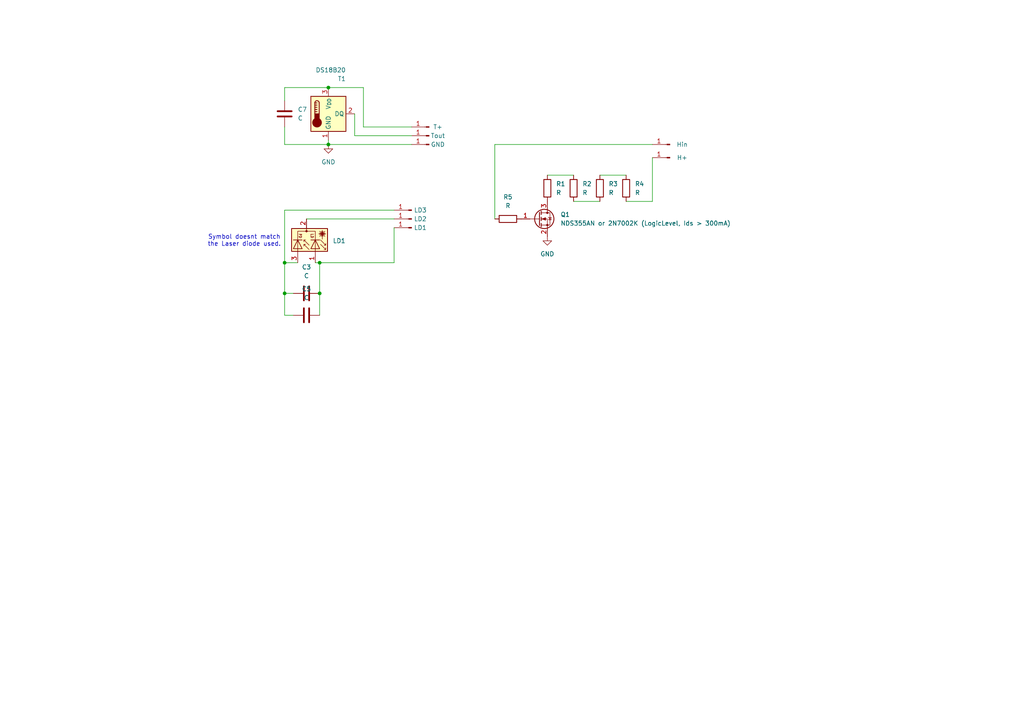
<source format=kicad_sch>
(kicad_sch (version 20231120) (generator "eeschema") (generator_version "8.0")
  (paper "A4")
  (lib_symbols
    (symbol "Connector:Conn_01x01_Pin" (pin_names (offset 1.016) hide)
      (property "Reference" "J" (at 0 2.54 0))
      (property "Value" "Conn_01x01_Pin" (at 0 -2.54 0))
      (symbol "Conn_01x01_Pin_1_1"
        (polyline (pts (xy 1.27 0) (xy 0.8636 0)) (stroke (width 0.1524)))
        (rectangle (start 0.8636 0.127) (end 0 -0.127) (stroke (width 0.1524)) (fill (type outline)))
        (pin passive line (at 5.08 0 180) (length 3.81) (name "Pin_1") (number "1"))
      )
    )
    (symbol "Device:C" (pin_numbers hide) (pin_names (offset 0.254))
      (property "Reference" "C" (at 0.635 2.54 0))
      (property "Value" "C" (at 0.635 -2.54 0))
      (symbol "C_0_1"
        (polyline (pts (xy -2.032 -0.762) (xy 2.032 -0.762)) (stroke (width 0.508)))
        (polyline (pts (xy -2.032 0.762) (xy 2.032 0.762)) (stroke (width 0.508)))
      )
      (symbol "C_1_1"
        (pin passive line (at 0 3.81 270) (length 2.794) (name "~") (number "1"))
        (pin passive line (at 0 -3.81 90) (length 2.794) (name "~") (number "2"))
      )
    )
    (symbol "Device:D_Laser_Photo_MType" (pin_names hide)
      (property "Reference" "LD" (at 1.016 7.112 0))
      (property "Value" "D_Laser_Photo_MType" (at 1.016 -5.588 0))
      (symbol "D_Laser_Photo_MType_0_1"
        (circle (center -1.524 0) (radius 0.254) (fill (type outline)))
        (arc (start -0.508 -1.778) (mid -0.3302 -1.6002) (end -0.508 -1.397))
        (arc (start 0 -2.159) (mid 0.3794 -1.778) (end 0 -1.397))
        (polyline (pts (xy -2.54 0) (xy -1.524 0)))
        (polyline (pts (xy -1.524 3.81) (xy 0 5.334)))
        (polyline (pts (xy -1.524 4.318) (xy 0 4.826)))
        (polyline (pts (xy -1.524 4.826) (xy 0 4.318)))
        (polyline (pts (xy -1.524 5.334) (xy 0 3.81)))
        (polyline (pts (xy -1.016 5.334) (xy -0.508 3.81)))
        (polyline (pts (xy -0.762 4.572) (xy -0.762 3.556)))
        (polyline (pts (xy -0.762 4.572) (xy -0.762 5.588)))
        (polyline (pts (xy -0.635 -1.397) (xy -0.635 -2.159)))
        (polyline (pts (xy -0.508 5.334) (xy -1.016 3.81)))
        (polyline (pts (xy 0 -1.397) (xy 0 -2.159)))
        (polyline (pts (xy 0 2.032) (xy 0 1.27)))
        (polyline (pts (xy 0.762 4.572) (xy -1.778 4.572)))
        (polyline (pts (xy 1.016 -1.27) (xy 1.016 -3.81)) (stroke (width 0.2032)))
        (polyline (pts (xy 1.016 -0.762) (xy 1.524 -0.762)))
        (polyline (pts (xy 1.016 3.81) (xy 1.016 1.27)) (stroke (width 0.2032)))
        (polyline (pts (xy 3.81 5.588) (xy 3.302 5.588)))
        (polyline (pts (xy -0.635 2.032) (xy -0.635 1.27) (xy -0.254 1.27)))
        (polyline (pts (xy 2.286 4.064) (xy 3.81 5.588) (xy 3.81 5.08)))
        (polyline (pts (xy 2.54 0.762) (xy 1.016 -0.762) (xy 1.016 -0.254)))
        (polyline (pts (xy 3.556 -1.27) (xy 3.556 -3.81) (xy 1.016 -2.54) (xy 3.556 -1.27)) (stroke (width 0.2032)))
        (polyline (pts (xy 3.556 3.81) (xy 3.556 1.27) (xy 1.016 2.54) (xy 3.556 3.81)) (stroke (width 0.2032)))
        (polyline (pts (xy 5.08 2.54) (xy -1.524 2.54) (xy -1.524 -2.54) (xy 5.08 -2.54)))
        (polyline (pts (xy 1.016 4.064) (xy 2.54 5.588) (xy 2.54 5.08) (xy 2.54 5.588) (xy 2.032 5.588)))
        (polyline (pts (xy 3.81 0.762) (xy 2.286 -0.762) (xy 2.286 -0.254) (xy 2.286 -0.762) (xy 2.794 -0.762)))
        (arc (start 0 1.27) (mid 0.3794 1.651) (end 0 2.032))
        (rectangle (start 4.318 6.096) (end -2.286 -4.318) (stroke (width 0.254)) (fill (type background)))
      )
      (symbol "D_Laser_Photo_MType_1_1"
        (pin passive line (at 7.62 2.54 180) (length 2.54) (name "~") (number "1"))
        (pin passive line (at -5.08 0 0) (length 2.54) (name "~") (number "2"))
        (pin passive line (at 7.62 -2.54 180) (length 2.54) (name "~") (number "3"))
      )
    )
    (symbol "Device:R" (pin_numbers hide) (pin_names (offset 0))
      (property "Reference" "R" (at 2.032 0 90))
      (property "Value" "R" (at 0 0 90))
      (symbol "R_0_1"
        (rectangle (start -1.016 -2.54) (end 1.016 2.54) (stroke (width 0.254)))
      )
      (symbol "R_1_1"
        (pin passive line (at 0 3.81 270) (length 1.27) (name "~") (number "1"))
        (pin passive line (at 0 -3.81 90) (length 1.27) (name "~") (number "2"))
      )
    )
    (symbol "Sensor_Temperature:DS18B20"
      (property "Reference" "U" (at -3.81 6.35 0))
      (property "Value" "DS18B20" (at 6.35 6.35 0))
      (symbol "DS18B20_0_1"
        (rectangle (start -5.08 5.08) (end 5.08 -5.08) (stroke (width 0.254)) (fill (type background)))
        (circle (center -3.302 -2.54) (radius 1.27) (stroke (width 0.254)) (fill (type outline)))
        (rectangle (start -2.667 -1.905) (end -3.937 0) (stroke (width 0.254)) (fill (type outline)))
        (arc (start -2.667 3.175) (mid -3.302 3.8073) (end -3.937 3.175) (stroke (width 0.254)))
        (polyline (pts (xy -3.937 0.635) (xy -3.302 0.635)) (stroke (width 0.254)))
        (polyline (pts (xy -3.937 1.27) (xy -3.302 1.27)) (stroke (width 0.254)))
        (polyline (pts (xy -3.937 1.905) (xy -3.302 1.905)) (stroke (width 0.254)))
        (polyline (pts (xy -3.937 2.54) (xy -3.302 2.54)) (stroke (width 0.254)))
        (polyline (pts (xy -3.937 3.175) (xy -3.937 0)) (stroke (width 0.254)))
        (polyline (pts (xy -3.937 3.175) (xy -3.302 3.175)) (stroke (width 0.254)))
        (polyline (pts (xy -2.667 3.175) (xy -2.667 0)) (stroke (width 0.254)))
      )
      (symbol "DS18B20_1_1"
        (pin power_in line (at 0 -7.62 90) (length 2.54) (name "GND") (number "1"))
        (pin bidirectional line (at 7.62 0 180) (length 2.54) (name "DQ") (number "2"))
        (pin power_in line (at 0 7.62 270) (length 2.54) (name "V_{DD}") (number "3"))
      )
    )
    (symbol "Transistor_FET:2N7002K" (pin_names hide)
      (property "Reference" "Q" (at 5.08 1.905 0))
      (property "Value" "2N7002K" (at 5.08 0 0))
      (symbol "2N7002K_0_1"
        (polyline (pts (xy 0.254 0) (xy -2.54 0)))
        (polyline (pts (xy 0.254 1.905) (xy 0.254 -1.905)) (stroke (width 0.254)))
        (polyline (pts (xy 0.762 -1.27) (xy 0.762 -2.286)) (stroke (width 0.254)))
        (polyline (pts (xy 0.762 0.508) (xy 0.762 -0.508)) (stroke (width 0.254)))
        (polyline (pts (xy 0.762 2.286) (xy 0.762 1.27)) (stroke (width 0.254)))
        (polyline (pts (xy 2.54 2.54) (xy 2.54 1.778)))
        (polyline (pts (xy 2.54 -2.54) (xy 2.54 0) (xy 0.762 0)))
        (polyline (pts (xy 0.762 -1.778) (xy 3.302 -1.778) (xy 3.302 1.778) (xy 0.762 1.778)))
        (polyline (pts (xy 1.016 0) (xy 2.032 0.381) (xy 2.032 -0.381) (xy 1.016 0)) (fill (type outline)))
        (polyline (pts (xy 2.794 0.508) (xy 2.921 0.381) (xy 3.683 0.381) (xy 3.81 0.254)))
        (polyline (pts (xy 3.302 0.381) (xy 2.921 -0.254) (xy 3.683 -0.254) (xy 3.302 0.381)))
        (circle (center 1.651 0) (radius 2.794) (stroke (width 0.254)))
        (circle (center 2.54 -1.778) (radius 0.254) (fill (type outline)))
        (circle (center 2.54 1.778) (radius 0.254) (fill (type outline)))
      )
      (symbol "2N7002K_1_1"
        (pin input line (at -5.08 0 0) (length 2.54) (name "G") (number "1"))
        (pin passive line (at 2.54 -5.08 90) (length 2.54) (name "S") (number "2"))
        (pin passive line (at 2.54 5.08 270) (length 2.54) (name "D") (number "3"))
      )
    )
    (symbol "power:GND" (power) (pin_numbers hide) (pin_names (offset 0) hide)
      (property "Value" "GND" (at 0 -3.81 0))
      (symbol "GND_0_1"
        (polyline (pts (xy 0 0) (xy 0 -1.27) (xy 1.27 -1.27) (xy 0 -2.54) (xy -1.27 -1.27) (xy 0 -1.27)))
      )
      (symbol "GND_1_1"
        (pin power_in line (at 0 0 270) (length 0) (name "~") (number "1"))
      )
    )
  )
  (junction (at 92.71 76.2))
  (junction (at 95.25 41.91))
  (junction (at 82.55 85.09))
  (junction (at 95.25 25.4))
  (junction (at 92.71 85.09))
  (junction (at 82.55 76.2))
  (wire (pts (xy 82.55 85.09) (xy 82.55 91.44)))
  (wire (pts (xy 166.37 58.42) (xy 173.99 58.42)))
  (wire (pts (xy 143.51 41.91) (xy 143.51 63.5)))
  (wire (pts (xy 102.87 33.02) (xy 102.87 39.37)))
  (wire (pts (xy 102.87 39.37) (xy 119.38 39.37)))
  (wire (pts (xy 82.55 60.96) (xy 82.55 76.2)))
  (wire (pts (xy 82.55 41.91) (xy 95.25 41.91)))
  (wire (pts (xy 92.71 85.09) (xy 92.71 91.44)))
  (wire (pts (xy 95.25 40.64) (xy 95.25 41.91)))
  (wire (pts (xy 82.55 76.2) (xy 82.55 85.09)))
  (wire (pts (xy 105.41 36.83) (xy 119.38 36.83)))
  (wire (pts (xy 189.23 41.91) (xy 143.51 41.91)))
  (wire (pts (xy 158.75 50.8) (xy 166.37 50.8)))
  (wire (pts (xy 82.55 85.09) (xy 85.09 85.09)))
  (wire (pts (xy 95.25 41.91) (xy 119.38 41.91)))
  (wire (pts (xy 181.61 58.42) (xy 189.23 58.42)))
  (wire (pts (xy 82.55 60.96) (xy 114.3 60.96)))
  (wire (pts (xy 82.55 91.44) (xy 85.09 91.44)))
  (wire (pts (xy 95.25 25.4) (xy 105.41 25.4)))
  (wire (pts (xy 82.55 25.4) (xy 95.25 25.4)))
  (wire (pts (xy 105.41 25.4) (xy 105.41 36.83)))
  (wire (pts (xy 88.9 63.5) (xy 114.3 63.5)))
  (wire (pts (xy 82.55 36.83) (xy 82.55 41.91)))
  (wire (pts (xy 82.55 29.21) (xy 82.55 25.4)))
  (wire (pts (xy 91.44 76.2) (xy 92.71 76.2)))
  (wire (pts (xy 114.3 76.2) (xy 114.3 66.04)))
  (wire (pts (xy 92.71 76.2) (xy 114.3 76.2)))
  (wire (pts (xy 82.55 76.2) (xy 86.36 76.2)))
  (wire (pts (xy 173.99 50.8) (xy 181.61 50.8)))
  (wire (pts (xy 189.23 45.72) (xy 189.23 58.42)))
  (wire (pts (xy 92.71 76.2) (xy 92.71 85.09)))
  (text "Symbol doesnt match\nthe Laser diode used." (at 70.866 69.85 0) (effects (font (size 1.27 1.27))))
  (symbol (lib_id "Device:R") (at 166.37 54.61 0) (unit 1)
    (property "Reference" "R2" (at 168.91 53.3399 0) (effects (justify left)))
    (property "Value" "R" (at 168.91 55.8799 0) (effects (justify left)))
    (property "Footprint" "Resistor_SMD:R_0805_2012Metric_Pad1.20x1.40mm_HandSolder" (effects (hide yes)))
    (property "Description" "Resistor" (effects (hide yes)))
  )
  (symbol (lib_id "Connector:Conn_01x01_Pin") (at 124.46 36.83 180) (unit 1)
    (property "Reference" "J8" (effects (hide yes)))
    (property "Value" "T+" (at 127 36.83 0))
    (property "Footprint" "Connector_Wire:SolderWirePad_1x01_SMD_1x2mm" (effects (hide yes)))
    (property "Description" "Generic connector, single row, 01x01, script generated" (effects (hide yes)))
  )
  (symbol (lib_id "Connector:Conn_01x01_Pin") (at 119.38 63.5 180) (unit 1)
    (property "Reference" "J4" (effects (hide yes)))
    (property "Value" "LD2" (at 121.92 63.5 0))
    (property "Footprint" "Connector_Wire:SolderWirePad_1x01_SMD_1x2mm" (effects (hide yes)))
    (property "Description" "Generic connector, single row, 01x01, script generated" (effects (hide yes)))
  )
  (symbol (lib_id "Device:C") (at 82.55 33.02 0) (unit 1)
    (property "Reference" "C7" (at 86.36 31.75 0) (effects (justify left)))
    (property "Value" "C" (at 86.36 34.29 0) (effects (justify left)))
    (property "Footprint" "Capacitor_SMD:C_0603_1608Metric_Pad1.08x0.95mm_HandSolder" (effects (hide yes)))
  )
  (symbol (lib_id "power:GND") (at 158.75 68.58 0) (unit 1)
    (property "Reference" "#PWR02" (effects (hide yes)))
    (property "Value" "GND" (at 158.75 73.66 0))
    (property "Description" "Power symbol creates a global label with name \"GND\" , ground" (effects (hide yes)))
  )
  (symbol (lib_id "Connector:Conn_01x01_Pin") (at 194.31 45.72 180) (unit 1)
    (property "Reference" "J1" (effects (hide yes)))
    (property "Value" "H+" (at 197.866 45.72 0))
    (property "Footprint" "Connector_Wire:SolderWirePad_1x01_SMD_1x2mm" (effects (hide yes)))
    (property "Description" "Generic connector, single row, 01x01, script generated" (effects (hide yes)))
  )
  (symbol (lib_id "Device:R") (at 147.32 63.5 90) (unit 1)
    (property "Reference" "R5" (at 147.32 57.15 90))
    (property "Value" "R" (at 147.32 59.69 90))
    (property "Footprint" "Resistor_SMD:R_0603_1608Metric_Pad0.98x0.95mm_HandSolder" (effects (hide yes)))
    (property "Description" "Resistor" (effects (hide yes)))
  )
  (symbol (lib_id "Device:R") (at 181.61 54.61 0) (unit 1)
    (property "Reference" "R4" (at 184.15 53.3399 0) (effects (justify left)))
    (property "Value" "R" (at 184.15 55.8799 0) (effects (justify left)))
    (property "Footprint" "Resistor_SMD:R_0805_2012Metric_Pad1.20x1.40mm_HandSolder" (effects (hide yes)))
    (property "Description" "Resistor" (effects (hide yes)))
  )
  (symbol (lib_id "Device:D_Laser_Photo_MType") (at 88.9 68.58 270) (unit 1)
    (property "Reference" "LD1" (at 96.52 69.85 90) (effects (justify left)))
    (property "Value" "LD" (effects (hide yes)))
    (property "Footprint" "OptoDevice:LaserDiode_TO18-D5.6-3" (effects (hide yes)))
    (property "Datasheet" "http://www.egismos.disonhu.com/laser/diode-package.htm" (effects (hide yes)))
  )
  (symbol (lib_id "power:GND") (at 95.25 41.91 0) (unit 1)
    (property "Reference" "#PWR01" (effects (hide yes)))
    (property "Value" "GND" (at 95.25 46.99 0))
    (property "Description" "Power symbol creates a global label with name \"GND\" , ground" (effects (hide yes)))
  )
  (symbol (lib_id "Connector:Conn_01x01_Pin") (at 119.38 60.96 180) (unit 1)
    (property "Reference" "J3" (effects (hide yes)))
    (property "Value" "LD3" (at 121.92 60.96 0))
    (property "Footprint" "Connector_Wire:SolderWirePad_1x01_SMD_1x2mm" (effects (hide yes)))
    (property "Description" "Generic connector, single row, 01x01, script generated" (effects (hide yes)))
  )
  (symbol (lib_id "Device:C") (at 88.9 85.09 90) (unit 1)
    (property "Reference" "C3" (at 88.9 77.47 90))
    (property "Value" "C" (at 88.9 80.01 90))
    (property "Footprint" "Capacitor_SMD:C_0603_1608Metric_Pad1.08x0.95mm_HandSolder" (effects (hide yes)))
  )
  (symbol (lib_id "Connector:Conn_01x01_Pin") (at 124.46 39.37 180) (unit 1)
    (property "Reference" "J7" (effects (hide yes)))
    (property "Value" "Tout" (at 127 39.37 0))
    (property "Footprint" "Connector_Wire:SolderWirePad_1x01_SMD_1x2mm" (effects (hide yes)))
    (property "Description" "Generic connector, single row, 01x01, script generated" (effects (hide yes)))
  )
  (symbol (lib_id "Sensor_Temperature:DS18B20") (at 95.25 33.02 0) (unit 1)
    (property "Reference" "T1" (at 100.33 22.86 0) (effects (justify right)))
    (property "Value" "DS18B20" (at 100.33 20.32 0) (effects (justify right)))
    (property "Footprint" "Package_TO_SOT_THT:TO-92_Inline" (effects (hide yes)))
    (property "Datasheet" "http://datasheets.maximintegrated.com/en/ds/DS18B20.pdf" (effects (hide yes)))
  )
  (symbol (lib_id "Connector:Conn_01x01_Pin") (at 194.31 41.91 180) (unit 1)
    (property "Reference" "J2" (effects (hide yes)))
    (property "Value" "Hin" (at 197.866 41.91 0))
    (property "Footprint" "Connector_Wire:SolderWirePad_1x01_SMD_1x2mm" (effects (hide yes)))
    (property "Description" "Generic connector, single row, 01x01, script generated" (effects (hide yes)))
  )
  (symbol (lib_id "Device:C") (at 88.9 91.44 90) (unit 1)
    (property "Reference" "C5" (at 88.9 83.82 90))
    (property "Value" "C" (at 88.9 86.36 90))
    (property "Footprint" "Capacitor_SMD:C_0603_1608Metric_Pad1.08x0.95mm_HandSolder" (effects (hide yes)))
  )
  (symbol (lib_id "Device:R") (at 173.99 54.61 0) (unit 1)
    (property "Reference" "R3" (at 176.53 53.3399 0) (effects (justify left)))
    (property "Value" "R" (at 176.53 55.8799 0) (effects (justify left)))
    (property "Footprint" "Resistor_SMD:R_0805_2012Metric_Pad1.20x1.40mm_HandSolder" (effects (hide yes)))
    (property "Description" "Resistor" (effects (hide yes)))
  )
  (symbol (lib_id "Connector:Conn_01x01_Pin") (at 124.46 41.91 180) (unit 1)
    (property "Reference" "J6" (effects (hide yes)))
    (property "Value" "GND" (at 127 41.91 0))
    (property "Footprint" "Connector_Wire:SolderWirePad_1x01_SMD_1x2mm" (effects (hide yes)))
    (property "Description" "Generic connector, single row, 01x01, script generated" (effects (hide yes)))
  )
  (symbol (lib_id "Device:R") (at 158.75 54.61 0) (unit 1)
    (property "Reference" "R1" (at 161.29 53.3399 0) (effects (justify left)))
    (property "Value" "R" (at 161.29 55.8799 0) (effects (justify left)))
    (property "Footprint" "Resistor_SMD:R_0805_2012Metric_Pad1.20x1.40mm_HandSolder" (effects (hide yes)))
    (property "Description" "Resistor" (effects (hide yes)))
  )
  (symbol (lib_id "Connector:Conn_01x01_Pin") (at 119.38 66.04 180) (unit 1)
    (property "Reference" "J5" (effects (hide yes)))
    (property "Value" "LD1" (at 121.92 66.04 0))
    (property "Footprint" "Connector_Wire:SolderWirePad_1x01_SMD_1x2mm" (effects (hide yes)))
    (property "Description" "Generic connector, single row, 01x01, script generated" (effects (hide yes)))
  )
  (symbol (lib_id "Transistor_FET:2N7002K") (at 156.21 63.5 0) (unit 1)
    (property "Reference" "Q1" (at 162.56 62.2299 0) (effects (justify left)))
    (property "Value" "NDS355AN or 2N7002K (LogicLevel, Ids > 300mA)" (at 162.56 64.7699 0) (effects (justify left)))
    (property "Footprint" "Package_TO_SOT_SMD:SOT-23" (effects (hide yes)))
    (property "Datasheet" "https://www.diodes.com/assets/Datasheets/ds30896.pdf" (effects (hide yes)))
    (property "Description" "0.38A Id, 60V Vds, N-Channel MOSFET, SOT-23" (effects (hide yes)))
  )
)
</source>
